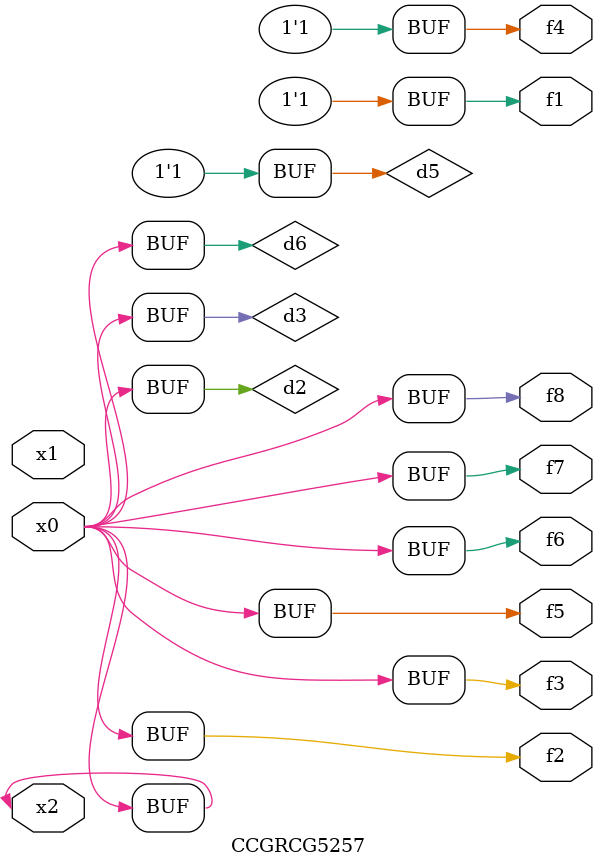
<source format=v>
module CCGRCG5257(
	input x0, x1, x2,
	output f1, f2, f3, f4, f5, f6, f7, f8
);

	wire d1, d2, d3, d4, d5, d6;

	xnor (d1, x2);
	buf (d2, x0, x2);
	and (d3, x0);
	xnor (d4, x1, x2);
	nand (d5, d1, d3);
	buf (d6, d2, d3);
	assign f1 = d5;
	assign f2 = d6;
	assign f3 = d6;
	assign f4 = d5;
	assign f5 = d6;
	assign f6 = d6;
	assign f7 = d6;
	assign f8 = d6;
endmodule

</source>
